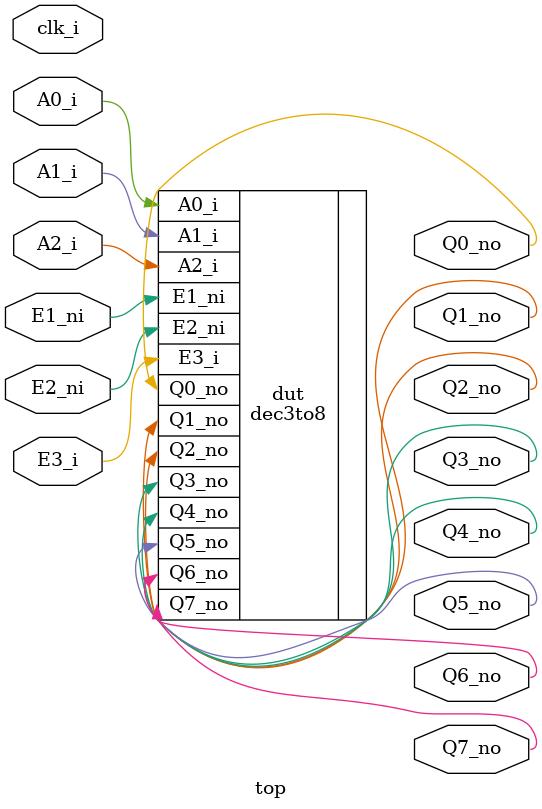
<source format=sv>
/* verilator lint_off UNUSED */
module top (
    //input 
    input logic clk_i,
    input logic E1_ni,E2_ni,E3_i,
    input logic A0_i,A1_i,A2_i,
    //output
    output logic Q0_no,Q1_no,Q2_no,Q3_no,Q4_no,Q5_no,Q6_no,Q7_no
);
    dec3to8 dut (
    	.E1_ni   (E1_ni),
    	.E2_ni   (E2_ni),
    	.E3_i    (E3_i),
    	.A0_i    (A0_i),
    	.A1_i    (A1_i),
    	.A2_i    (A2_i),
    	.Q0_no   (Q0_no),
    	.Q1_no   (Q1_no),
    	.Q2_no   (Q2_no),
    	.Q3_no   (Q3_no),
    	.Q4_no   (Q4_no),
    	.Q5_no   (Q5_no),
    	.Q6_no   (Q6_no),
    	.Q7_no   (Q7_no)
    );
endmodule : top

</source>
